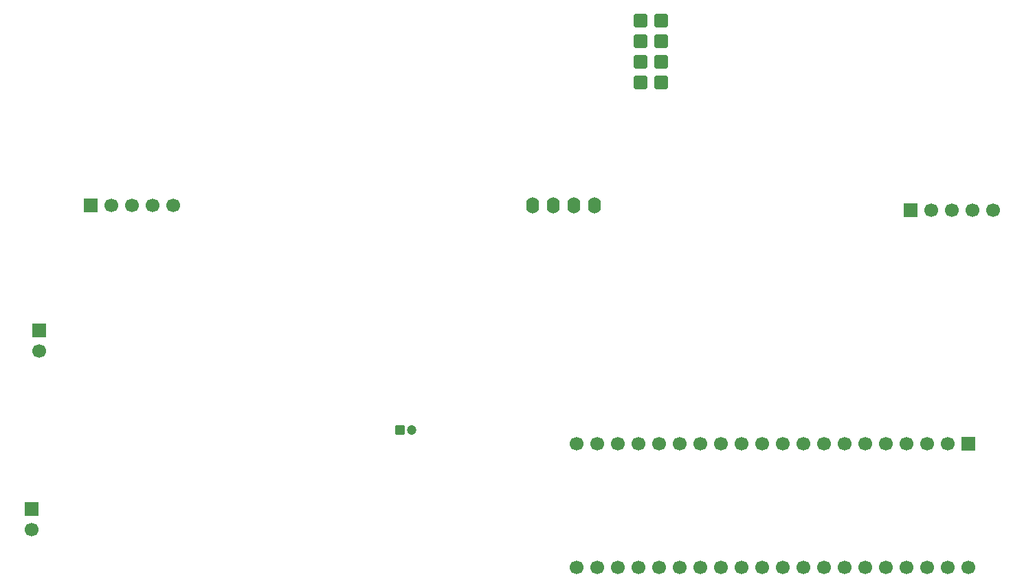
<source format=gts>
%TF.GenerationSoftware,KiCad,Pcbnew,9.0.2*%
%TF.CreationDate,2025-07-07T16:52:20+05:30*%
%TF.ProjectId,Joystick,4a6f7973-7469-4636-9b2e-6b696361645f,rev?*%
%TF.SameCoordinates,Original*%
%TF.FileFunction,Soldermask,Top*%
%TF.FilePolarity,Negative*%
%FSLAX46Y46*%
G04 Gerber Fmt 4.6, Leading zero omitted, Abs format (unit mm)*
G04 Created by KiCad (PCBNEW 9.0.2) date 2025-07-07 16:52:20*
%MOMM*%
%LPD*%
G01*
G04 APERTURE LIST*
G04 Aperture macros list*
%AMRoundRect*
0 Rectangle with rounded corners*
0 $1 Rounding radius*
0 $2 $3 $4 $5 $6 $7 $8 $9 X,Y pos of 4 corners*
0 Add a 4 corners polygon primitive as box body*
4,1,4,$2,$3,$4,$5,$6,$7,$8,$9,$2,$3,0*
0 Add four circle primitives for the rounded corners*
1,1,$1+$1,$2,$3*
1,1,$1+$1,$4,$5*
1,1,$1+$1,$6,$7*
1,1,$1+$1,$8,$9*
0 Add four rect primitives between the rounded corners*
20,1,$1+$1,$2,$3,$4,$5,0*
20,1,$1+$1,$4,$5,$6,$7,0*
20,1,$1+$1,$6,$7,$8,$9,0*
20,1,$1+$1,$8,$9,$2,$3,0*%
G04 Aperture macros list end*
%ADD10R,1.700000X1.700000*%
%ADD11C,1.700000*%
%ADD12O,1.600000X2.000000*%
%ADD13RoundRect,0.102000X0.704000X-0.704000X0.704000X0.704000X-0.704000X0.704000X-0.704000X-0.704000X0*%
%ADD14RoundRect,0.250000X-0.350000X-0.350000X0.350000X-0.350000X0.350000X0.350000X-0.350000X0.350000X0*%
%ADD15C,1.200000*%
G04 APERTURE END LIST*
D10*
%TO.C,J6*%
X225920000Y-94000000D03*
D11*
X228460000Y-94000000D03*
X231000000Y-94000000D03*
X233540000Y-94000000D03*
X236080000Y-94000000D03*
%TD*%
D10*
%TO.C,J5*%
X124920000Y-93385000D03*
D11*
X127460000Y-93385000D03*
X130000000Y-93385000D03*
X132540000Y-93385000D03*
X135080000Y-93385000D03*
%TD*%
D10*
%TO.C,J4*%
X117615000Y-130825000D03*
D11*
X117615000Y-133365000D03*
%TD*%
D10*
%TO.C,J3*%
X118615000Y-108825000D03*
D11*
X118615000Y-111365000D03*
%TD*%
D10*
%TO.C,U1*%
X233080000Y-122760000D03*
D11*
X230540000Y-122760000D03*
X228000000Y-122760000D03*
X225460000Y-122760000D03*
X222920000Y-122760000D03*
X220380000Y-122760000D03*
X217840000Y-122760000D03*
X215300000Y-122760000D03*
X212760000Y-122760000D03*
X210220000Y-122760000D03*
X207680000Y-122760000D03*
X205140000Y-122760000D03*
X202600000Y-122760000D03*
X200060000Y-122760000D03*
X197520000Y-122760000D03*
X194980000Y-122760000D03*
X192440000Y-122760000D03*
X189900000Y-122760000D03*
X187360000Y-122760000D03*
X184820000Y-122760000D03*
X184820000Y-138000000D03*
X187360000Y-138000000D03*
X189900000Y-138000000D03*
X192440000Y-138000000D03*
X194980000Y-138000000D03*
X197520000Y-138000000D03*
X200060000Y-138000000D03*
X202600000Y-138000000D03*
X205140000Y-138000000D03*
X207680000Y-138000000D03*
X210220000Y-138000000D03*
X212760000Y-138000000D03*
X215300000Y-138000000D03*
X217840000Y-138000000D03*
X220380000Y-138000000D03*
X222920000Y-138000000D03*
X225460000Y-138000000D03*
X228000000Y-138000000D03*
X230540000Y-138000000D03*
X233080000Y-138000000D03*
%TD*%
D12*
%TO.C,Brd1*%
X179380000Y-93400000D03*
X181920000Y-93400000D03*
X184460000Y-93400000D03*
X187000000Y-93400000D03*
%TD*%
D13*
%TO.C,U2*%
X195230000Y-78270000D03*
X192690000Y-78270000D03*
X195230000Y-75730000D03*
X192690000Y-75730000D03*
X195230000Y-73190000D03*
X192690000Y-73190000D03*
X195230000Y-70650000D03*
X192690000Y-70650000D03*
%TD*%
D14*
%TO.C,C2*%
X163000000Y-121100000D03*
D15*
X164500000Y-121100000D03*
%TD*%
M02*

</source>
